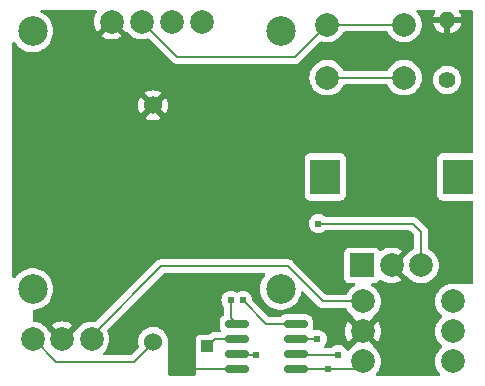
<source format=gtl>
%TF.GenerationSoftware,KiCad,Pcbnew,7.0.10*%
%TF.CreationDate,2024-03-16T13:48:45+09:00*%
%TF.ProjectId,damecan,64616d65-6361-46e2-9e6b-696361645f70,rev?*%
%TF.SameCoordinates,Original*%
%TF.FileFunction,Copper,L1,Top*%
%TF.FilePolarity,Positive*%
%FSLAX46Y46*%
G04 Gerber Fmt 4.6, Leading zero omitted, Abs format (unit mm)*
G04 Created by KiCad (PCBNEW 7.0.10) date 2024-03-16 13:48:45*
%MOMM*%
%LPD*%
G01*
G04 APERTURE LIST*
G04 Aperture macros list*
%AMRoundRect*
0 Rectangle with rounded corners*
0 $1 Rounding radius*
0 $2 $3 $4 $5 $6 $7 $8 $9 X,Y pos of 4 corners*
0 Add a 4 corners polygon primitive as box body*
4,1,4,$2,$3,$4,$5,$6,$7,$8,$9,$2,$3,0*
0 Add four circle primitives for the rounded corners*
1,1,$1+$1,$2,$3*
1,1,$1+$1,$4,$5*
1,1,$1+$1,$6,$7*
1,1,$1+$1,$8,$9*
0 Add four rect primitives between the rounded corners*
20,1,$1+$1,$2,$3,$4,$5,0*
20,1,$1+$1,$4,$5,$6,$7,0*
20,1,$1+$1,$6,$7,$8,$9,0*
20,1,$1+$1,$8,$9,$2,$3,0*%
G04 Aperture macros list end*
%TA.AperFunction,ComponentPad*%
%ADD10C,1.400000*%
%TD*%
%TA.AperFunction,ComponentPad*%
%ADD11O,1.400000X1.400000*%
%TD*%
%TA.AperFunction,ComponentPad*%
%ADD12C,2.000000*%
%TD*%
%TA.AperFunction,SMDPad,CuDef*%
%ADD13RoundRect,0.150000X0.825000X0.150000X-0.825000X0.150000X-0.825000X-0.150000X0.825000X-0.150000X0*%
%TD*%
%TA.AperFunction,ComponentPad*%
%ADD14R,2.000000X2.000000*%
%TD*%
%TA.AperFunction,ComponentPad*%
%ADD15R,2.500000X3.000000*%
%TD*%
%TA.AperFunction,WasherPad*%
%ADD16C,2.500000*%
%TD*%
%TA.AperFunction,FiducialPad,Global*%
%ADD17C,2.000000*%
%TD*%
%TA.AperFunction,ComponentPad*%
%ADD18C,1.524000*%
%TD*%
%TA.AperFunction,WasherPad*%
%ADD19C,2.000000*%
%TD*%
%TA.AperFunction,ComponentPad*%
%ADD20R,1.000000X1.000000*%
%TD*%
%TA.AperFunction,ViaPad*%
%ADD21C,0.610000*%
%TD*%
%TA.AperFunction,Conductor*%
%ADD22C,0.152400*%
%TD*%
G04 APERTURE END LIST*
D10*
%TO.P,R1,1*%
%TO.N,Net-(U1-PA3)*%
X193200000Y-74340000D03*
D11*
%TO.P,R1,2*%
%TO.N,-BATT*%
X193200000Y-69260000D03*
%TD*%
D12*
%TO.P,SW1,1,A*%
%TO.N,-BATT*%
X160600000Y-96300000D03*
%TO.P,SW1,2,B*%
%TO.N,Net-(Module1-Pin_1)*%
X163100000Y-96300000D03*
%TO.P,SW1,3,C*%
%TO.N,Net-(BT1-+)*%
X158100000Y-96300000D03*
%TD*%
%TO.P,SW3,1,1*%
%TO.N,+3.3V*%
X183050000Y-69650000D03*
X189550000Y-69650000D03*
%TO.P,SW3,2,2*%
%TO.N,Net-(U1-PA3)*%
X183050000Y-74150000D03*
X189550000Y-74150000D03*
%TD*%
D13*
%TO.P,U1,1,VCC*%
%TO.N,+3.3V*%
X180375000Y-98805000D03*
%TO.P,U1,2,PA6*%
%TO.N,Net-(U1-PA6)*%
X180375000Y-97535000D03*
%TO.P,U1,3,PA7*%
%TO.N,Net-(U1-PA7)*%
X180375000Y-96265000D03*
%TO.P,U1,4,PA1*%
%TO.N,/SDA*%
X180375000Y-94995000D03*
%TO.P,U1,5,PA2*%
%TO.N,/SCL*%
X175425000Y-94995000D03*
%TO.P,U1,6,~{RESET}/PA0*%
%TO.N,Net-(J1-Pin_1)*%
X175425000Y-96265000D03*
%TO.P,U1,7,PA3*%
%TO.N,Net-(U1-PA3)*%
X175425000Y-97535000D03*
%TO.P,U1,8,GND*%
%TO.N,-BATT*%
X175425000Y-98805000D03*
%TD*%
D14*
%TO.P,SW2,A,A*%
%TO.N,Net-(U1-PA6)*%
X186000000Y-90050000D03*
D12*
%TO.P,SW2,B,B*%
%TO.N,Net-(U1-PA7)*%
X191000000Y-90050000D03*
%TO.P,SW2,C,C*%
%TO.N,-BATT*%
X188500000Y-90050000D03*
D15*
%TO.P,SW2,MP*%
%TO.N,N/C*%
X182900000Y-82550000D03*
X194100000Y-82550000D03*
%TD*%
D16*
%TO.P,Module2,*%
%TO.N,*%
X158110000Y-70230000D03*
X158110000Y-92030000D03*
X179110000Y-70230000D03*
X179110000Y-92030000D03*
D17*
%TO.P,Module2,1,Pin_1*%
%TO.N,-BATT*%
X164800000Y-69400000D03*
D12*
%TO.P,Module2,2,Pin_2*%
%TO.N,+3.3V*%
X167330000Y-69400000D03*
%TO.P,Module2,3,Pin_3*%
%TO.N,/SCL*%
X169870000Y-69400000D03*
%TO.P,Module2,4,Pin_4*%
%TO.N,/SDA*%
X172410000Y-69400000D03*
%TD*%
D18*
%TO.P,BT1,1,+*%
%TO.N,Net-(BT1-+)*%
X168300000Y-96500000D03*
%TO.P,BT1,2,-*%
%TO.N,-BATT*%
X168300000Y-76500000D03*
%TD*%
D19*
%TO.P,Module1,*%
%TO.N,*%
X193700000Y-93100000D03*
X193700000Y-95640000D03*
X193700000Y-98180000D03*
D12*
%TO.P,Module1,1,Pin_1*%
%TO.N,Net-(Module1-Pin_1)*%
X186080000Y-93100000D03*
%TO.P,Module1,2,Pin_2*%
%TO.N,-BATT*%
X186080000Y-95640000D03*
%TO.P,Module1,3,Pin_3*%
%TO.N,+3.3V*%
X186080000Y-98180000D03*
%TD*%
D20*
%TO.P,J1,1,Pin_1*%
%TO.N,Net-(J1-Pin_1)*%
X172900000Y-96900000D03*
%TD*%
D21*
%TO.N,+3.3V*%
X183100000Y-98800008D03*
%TO.N,/SCL*%
X174900000Y-93000002D03*
%TO.N,/SDA*%
X175900000Y-93000000D03*
%TO.N,Net-(U1-PA3)*%
X176999992Y-97600000D03*
%TO.N,Net-(U1-PA6)*%
X184000000Y-97600000D03*
%TO.N,Net-(U1-PA7)*%
X182200000Y-96300000D03*
X182300000Y-86500000D03*
%TO.N,-BATT*%
X161900000Y-90900000D03*
X188900000Y-81900000D03*
X188800000Y-87700000D03*
X188900000Y-94900000D03*
X161900000Y-73900000D03*
X172900000Y-73900000D03*
X179900000Y-81900000D03*
X172900000Y-81900000D03*
X161900000Y-81900000D03*
X170800000Y-98800000D03*
X180900000Y-93600000D03*
X169900000Y-92900000D03*
X188900000Y-71900000D03*
%TD*%
D22*
%TO.N,+3.3V*%
X183099992Y-98800000D02*
X183100000Y-98800008D01*
X183050000Y-69650000D02*
X180300000Y-72400000D01*
X180300000Y-72400000D02*
X170330000Y-72400000D01*
X183050000Y-69650000D02*
X189550000Y-69650000D01*
X185980000Y-98180000D02*
X185360000Y-98800000D01*
X183100008Y-98800000D02*
X183100000Y-98800008D01*
X180670000Y-98800000D02*
X183099992Y-98800000D01*
X170330000Y-72400000D02*
X167330000Y-69400000D01*
X185360000Y-98800000D02*
X183100008Y-98800000D01*
%TO.N,/SCL*%
X175425000Y-94995000D02*
X174900000Y-94470000D01*
X174900000Y-94470000D02*
X174900000Y-93000002D01*
%TO.N,/SDA*%
X180375000Y-94995000D02*
X177895000Y-94995000D01*
X177895000Y-94995000D02*
X175900000Y-93000000D01*
%TO.N,Net-(U1-PA3)*%
X175790000Y-97600000D02*
X176999992Y-97600000D01*
X189550000Y-74150000D02*
X183050000Y-74150000D01*
%TO.N,Net-(U1-PA6)*%
X180374998Y-97635000D02*
X183965000Y-97635000D01*
%TO.N,Net-(U1-PA7)*%
X191000000Y-87200000D02*
X190300000Y-86500000D01*
X190300000Y-86500000D02*
X182300000Y-86500000D01*
X180710000Y-96300000D02*
X182200000Y-96300000D01*
X191000000Y-90050000D02*
X191000000Y-87200000D01*
%TO.N,Net-(BT1-+)*%
X158200000Y-96300000D02*
X160100000Y-98200000D01*
X166700000Y-98200000D02*
X168600000Y-96300000D01*
X160100000Y-98200000D02*
X166700000Y-98200000D01*
%TO.N,-BATT*%
X170800000Y-98800000D02*
X170805000Y-98805000D01*
X170805000Y-98805000D02*
X175425000Y-98805000D01*
%TO.N,Net-(J1-Pin_1)*%
X173535000Y-96265000D02*
X172900000Y-96900000D01*
X175425000Y-96265000D02*
X173535000Y-96265000D01*
%TO.N,Net-(Module1-Pin_1)*%
X182700000Y-93100000D02*
X179700000Y-90100000D01*
X169000000Y-90100000D02*
X163200000Y-95900000D01*
X186080000Y-93100000D02*
X182700000Y-93100000D01*
X179700000Y-90100000D02*
X169000000Y-90100000D01*
%TD*%
%TA.AperFunction,Conductor*%
%TO.N,-BATT*%
G36*
X177756727Y-90696702D02*
G01*
X177803220Y-90750358D01*
X177813324Y-90820632D01*
X177787117Y-90881258D01*
X177743516Y-90935933D01*
X177659611Y-91041146D01*
X177528433Y-91268352D01*
X177528430Y-91268360D01*
X177432581Y-91512580D01*
X177432580Y-91512582D01*
X177374198Y-91768366D01*
X177354592Y-92030000D01*
X177374198Y-92291633D01*
X177432580Y-92547417D01*
X177432581Y-92547419D01*
X177528430Y-92791639D01*
X177528433Y-92791647D01*
X177659611Y-93018853D01*
X177659613Y-93018856D01*
X177659614Y-93018857D01*
X177823195Y-93223981D01*
X178015521Y-93402433D01*
X178015527Y-93402437D01*
X178232286Y-93550222D01*
X178232293Y-93550226D01*
X178232296Y-93550228D01*
X178366051Y-93614641D01*
X178468672Y-93664061D01*
X178468685Y-93664066D01*
X178719380Y-93741395D01*
X178719383Y-93741395D01*
X178719385Y-93741396D01*
X178978818Y-93780500D01*
X178978823Y-93780500D01*
X179241177Y-93780500D01*
X179241182Y-93780500D01*
X179500615Y-93741396D01*
X179500617Y-93741395D01*
X179500619Y-93741395D01*
X179751314Y-93664066D01*
X179751316Y-93664064D01*
X179751323Y-93664063D01*
X179987704Y-93550228D01*
X180204479Y-93402433D01*
X180396805Y-93223981D01*
X180560386Y-93018857D01*
X180675411Y-92819628D01*
X180691566Y-92791647D01*
X180691568Y-92791643D01*
X180787420Y-92547416D01*
X180837859Y-92326428D01*
X180872518Y-92264467D01*
X180935174Y-92231080D01*
X181005934Y-92236867D01*
X181049795Y-92265372D01*
X182259643Y-93475220D01*
X182270505Y-93487604D01*
X182284105Y-93505328D01*
X182288693Y-93511307D01*
X182318938Y-93534515D01*
X182318937Y-93534515D01*
X182388451Y-93587855D01*
X182409162Y-93603747D01*
X182481602Y-93633752D01*
X182549451Y-93661856D01*
X182662203Y-93676700D01*
X182700000Y-93681676D01*
X182729609Y-93677778D01*
X182746055Y-93676700D01*
X184612138Y-93676700D01*
X184680259Y-93696702D01*
X184726752Y-93750358D01*
X184727525Y-93752086D01*
X184755826Y-93816606D01*
X184891835Y-94024785D01*
X185060249Y-94207732D01*
X185060254Y-94207736D01*
X185060256Y-94207738D01*
X185159298Y-94284826D01*
X185200769Y-94342450D01*
X185207034Y-94399065D01*
X185206107Y-94406897D01*
X185952412Y-95153202D01*
X185937685Y-95155320D01*
X185806900Y-95215048D01*
X185698239Y-95309202D01*
X185620507Y-95430156D01*
X185595639Y-95514849D01*
X184846898Y-94766108D01*
X184846897Y-94766108D01*
X184732206Y-94953266D01*
X184641371Y-95172562D01*
X184585960Y-95403367D01*
X184567337Y-95640000D01*
X184585960Y-95876632D01*
X184641371Y-96107437D01*
X184732208Y-96326738D01*
X184846896Y-96513890D01*
X184846897Y-96513890D01*
X185595638Y-95765149D01*
X185620507Y-95849844D01*
X185698239Y-95970798D01*
X185806900Y-96064952D01*
X185937685Y-96124680D01*
X185952411Y-96126797D01*
X185206107Y-96873101D01*
X185207034Y-96880934D01*
X185195176Y-96950933D01*
X185159298Y-96995173D01*
X185060255Y-97072261D01*
X185060250Y-97072266D01*
X184910096Y-97235378D01*
X184849243Y-97271949D01*
X184778279Y-97269815D01*
X184719733Y-97229654D01*
X184710708Y-97217078D01*
X184633747Y-97094597D01*
X184505402Y-96966252D01*
X184351704Y-96869676D01*
X184207584Y-96819247D01*
X184180375Y-96809726D01*
X184180373Y-96809725D01*
X184180375Y-96809725D01*
X184000000Y-96789403D01*
X183819626Y-96809725D01*
X183648295Y-96869676D01*
X183494599Y-96966251D01*
X183477716Y-96983135D01*
X183439454Y-97021396D01*
X183377145Y-97055420D01*
X183350361Y-97058300D01*
X182885040Y-97058300D01*
X182816919Y-97038298D01*
X182770426Y-96984642D01*
X182760322Y-96914368D01*
X182789816Y-96849788D01*
X182795945Y-96843205D01*
X182833746Y-96805403D01*
X182833747Y-96805402D01*
X182833750Y-96805399D01*
X182930323Y-96651705D01*
X182990274Y-96480375D01*
X183010597Y-96300000D01*
X182990274Y-96119625D01*
X182930323Y-95948295D01*
X182833750Y-95794601D01*
X182833748Y-95794599D01*
X182833747Y-95794597D01*
X182705402Y-95666252D01*
X182551704Y-95569676D01*
X182436148Y-95529242D01*
X182380375Y-95509726D01*
X182380373Y-95509725D01*
X182380375Y-95509725D01*
X182200000Y-95489403D01*
X182019628Y-95509725D01*
X181974191Y-95525624D01*
X181903286Y-95529242D01*
X181841682Y-95493952D01*
X181808935Y-95430959D01*
X181811579Y-95371543D01*
X181847598Y-95247569D01*
X181850500Y-95210694D01*
X181850500Y-94779306D01*
X181847598Y-94742431D01*
X181801744Y-94584602D01*
X181786941Y-94559571D01*
X181718082Y-94443136D01*
X181718076Y-94443129D01*
X181601870Y-94326923D01*
X181601863Y-94326917D01*
X181460401Y-94243257D01*
X181302568Y-94197401D01*
X181268595Y-94194728D01*
X181265694Y-94194500D01*
X179484306Y-94194500D01*
X179481405Y-94194728D01*
X179447432Y-94197401D01*
X179447431Y-94197401D01*
X179289598Y-94243257D01*
X179148136Y-94326917D01*
X179148134Y-94326919D01*
X179134145Y-94340909D01*
X179093657Y-94381396D01*
X179031348Y-94415420D01*
X179004564Y-94418300D01*
X178186067Y-94418300D01*
X178117946Y-94398298D01*
X178096972Y-94381395D01*
X176741140Y-93025563D01*
X176707114Y-92963251D01*
X176705029Y-92950587D01*
X176690274Y-92819625D01*
X176630323Y-92648295D01*
X176533750Y-92494601D01*
X176533748Y-92494599D01*
X176533747Y-92494597D01*
X176405402Y-92366252D01*
X176251704Y-92269676D01*
X176141401Y-92231080D01*
X176080375Y-92209726D01*
X176080373Y-92209725D01*
X176080375Y-92209725D01*
X175900000Y-92189403D01*
X175719626Y-92209725D01*
X175548294Y-92269677D01*
X175548291Y-92269678D01*
X175467034Y-92320736D01*
X175398713Y-92340042D01*
X175332962Y-92320736D01*
X175251707Y-92269680D01*
X175251705Y-92269679D01*
X175236810Y-92264467D01*
X175080375Y-92209728D01*
X175080373Y-92209727D01*
X175080375Y-92209727D01*
X174900000Y-92189405D01*
X174719626Y-92209727D01*
X174548295Y-92269678D01*
X174394597Y-92366254D01*
X174266252Y-92494599D01*
X174169676Y-92648297D01*
X174109725Y-92819628D01*
X174089403Y-93000002D01*
X174109725Y-93180375D01*
X174169676Y-93351706D01*
X174169677Y-93351707D01*
X174266250Y-93505401D01*
X174286395Y-93525546D01*
X174320420Y-93587855D01*
X174323300Y-93614641D01*
X174323300Y-94181027D01*
X174303298Y-94249148D01*
X174261440Y-94289480D01*
X174198135Y-94326918D01*
X174198131Y-94326921D01*
X174081923Y-94443129D01*
X174081917Y-94443136D01*
X173998257Y-94584598D01*
X173952401Y-94742431D01*
X173952401Y-94742432D01*
X173949500Y-94779306D01*
X173949500Y-95210693D01*
X173952401Y-95247567D01*
X173952401Y-95247568D01*
X173980578Y-95344551D01*
X173997404Y-95402467D01*
X173998257Y-95405401D01*
X174053115Y-95498161D01*
X174070575Y-95566977D01*
X174048058Y-95634308D01*
X173992714Y-95678778D01*
X173944662Y-95688300D01*
X173581055Y-95688300D01*
X173564609Y-95687222D01*
X173535000Y-95683324D01*
X173497203Y-95688300D01*
X173384452Y-95703143D01*
X173384450Y-95703144D01*
X173343362Y-95720162D01*
X173343361Y-95720163D01*
X173244162Y-95761253D01*
X173244161Y-95761253D01*
X173244158Y-95761255D01*
X173200702Y-95794601D01*
X173153938Y-95830485D01*
X173153937Y-95830486D01*
X173123689Y-95853695D01*
X173117854Y-95859531D01*
X173116060Y-95857737D01*
X173069009Y-95892079D01*
X173026407Y-95899500D01*
X172352135Y-95899500D01*
X172352114Y-95899502D01*
X172292519Y-95905908D01*
X172292518Y-95905908D01*
X172157673Y-95956201D01*
X172157670Y-95956203D01*
X172042453Y-96042453D01*
X171956203Y-96157670D01*
X171956201Y-96157673D01*
X171905909Y-96292515D01*
X171899500Y-96352121D01*
X171899500Y-97447868D01*
X171899682Y-97451248D01*
X171899569Y-97451254D01*
X171900000Y-97459270D01*
X171900000Y-99274000D01*
X171879998Y-99342121D01*
X171826342Y-99388614D01*
X171774000Y-99400000D01*
X169726000Y-99400000D01*
X169657879Y-99379998D01*
X169611386Y-99326342D01*
X169600000Y-99274000D01*
X169600000Y-96393155D01*
X169565088Y-96357690D01*
X169550626Y-96309159D01*
X169548070Y-96279932D01*
X169490894Y-96066550D01*
X169397534Y-95866339D01*
X169397533Y-95866338D01*
X169397532Y-95866335D01*
X169270830Y-95685384D01*
X169270827Y-95685381D01*
X169215446Y-95630000D01*
X169114620Y-95529174D01*
X169086845Y-95509726D01*
X168933662Y-95402466D01*
X168733453Y-95309107D01*
X168733447Y-95309105D01*
X168691593Y-95297890D01*
X168520068Y-95251930D01*
X168300000Y-95232677D01*
X168079932Y-95251930D01*
X167972230Y-95280789D01*
X167866552Y-95309105D01*
X167866547Y-95309107D01*
X167666335Y-95402467D01*
X167485384Y-95529169D01*
X167485374Y-95529178D01*
X167329178Y-95685374D01*
X167329169Y-95685384D01*
X167202467Y-95866335D01*
X167109107Y-96066547D01*
X167109105Y-96066552D01*
X167089425Y-96140000D01*
X167051930Y-96279932D01*
X167032677Y-96500000D01*
X167051930Y-96720068D01*
X167084925Y-96843205D01*
X167099125Y-96896201D01*
X167097435Y-96967178D01*
X167066514Y-97017907D01*
X166498028Y-97586395D01*
X166435715Y-97620420D01*
X166408932Y-97623300D01*
X164208492Y-97623300D01*
X164140371Y-97603298D01*
X164093878Y-97549642D01*
X164083774Y-97479368D01*
X164113268Y-97414788D01*
X164116306Y-97411657D01*
X164116215Y-97411573D01*
X164288164Y-97224785D01*
X164314552Y-97184395D01*
X164424173Y-97016607D01*
X164524063Y-96788881D01*
X164585108Y-96547821D01*
X164605643Y-96300000D01*
X164585108Y-96052179D01*
X164566325Y-95978007D01*
X164524064Y-95811122D01*
X164524061Y-95811115D01*
X164516817Y-95794601D01*
X164469717Y-95687222D01*
X164430706Y-95598286D01*
X164421659Y-95527868D01*
X164452120Y-95463738D01*
X164456980Y-95458595D01*
X169201972Y-90713605D01*
X169264284Y-90679579D01*
X169291067Y-90676700D01*
X177688606Y-90676700D01*
X177756727Y-90696702D01*
G37*
%TD.AperFunction*%
%TA.AperFunction,Conductor*%
G36*
X163487308Y-68420002D02*
G01*
X163533801Y-68473658D01*
X163543905Y-68543932D01*
X163526620Y-68591835D01*
X163452206Y-68713266D01*
X163361371Y-68932562D01*
X163305960Y-69163367D01*
X163287337Y-69400000D01*
X163305960Y-69636632D01*
X163361371Y-69867437D01*
X163452208Y-70086738D01*
X163566896Y-70273890D01*
X163566898Y-70273890D01*
X164315638Y-69525150D01*
X164340507Y-69609844D01*
X164418239Y-69730798D01*
X164526900Y-69824952D01*
X164657685Y-69884680D01*
X164672411Y-69886797D01*
X163926107Y-70633101D01*
X163926108Y-70633102D01*
X164113261Y-70747791D01*
X164332562Y-70838628D01*
X164563367Y-70894039D01*
X164800000Y-70912662D01*
X165036632Y-70894039D01*
X165267437Y-70838628D01*
X165486738Y-70747791D01*
X165673890Y-70633102D01*
X165673891Y-70633102D01*
X164927587Y-69886797D01*
X164942315Y-69884680D01*
X165073100Y-69824952D01*
X165181761Y-69730798D01*
X165259493Y-69609844D01*
X165284360Y-69525150D01*
X166035627Y-70276417D01*
X166095808Y-70286611D01*
X166138234Y-70321017D01*
X166138306Y-70320951D01*
X166138757Y-70321441D01*
X166140048Y-70322488D01*
X166141838Y-70324788D01*
X166310249Y-70507732D01*
X166310254Y-70507736D01*
X166310256Y-70507738D01*
X166506490Y-70660473D01*
X166506491Y-70660474D01*
X166725190Y-70778828D01*
X166725192Y-70778829D01*
X166821193Y-70811786D01*
X166960386Y-70859571D01*
X167205665Y-70900500D01*
X167205669Y-70900500D01*
X167454331Y-70900500D01*
X167454335Y-70900500D01*
X167699614Y-70859571D01*
X167829482Y-70814986D01*
X167900405Y-70811786D01*
X167959488Y-70845065D01*
X169889643Y-72775220D01*
X169900505Y-72787604D01*
X169918691Y-72811305D01*
X169918693Y-72811307D01*
X169948938Y-72834515D01*
X169948937Y-72834515D01*
X170039162Y-72903748D01*
X170138360Y-72944836D01*
X170155380Y-72951885D01*
X170179451Y-72961856D01*
X170292203Y-72976700D01*
X170330000Y-72981676D01*
X170359609Y-72977778D01*
X170376055Y-72976700D01*
X180253945Y-72976700D01*
X180270391Y-72977778D01*
X180299999Y-72981676D01*
X180299999Y-72981675D01*
X180300000Y-72981676D01*
X180450549Y-72961856D01*
X180590838Y-72903746D01*
X180681062Y-72834515D01*
X180681062Y-72834514D01*
X180704370Y-72816630D01*
X180704371Y-72816628D01*
X180711307Y-72811307D01*
X180729497Y-72787600D01*
X180740349Y-72775226D01*
X182420512Y-71095063D01*
X182482822Y-71061039D01*
X182550516Y-71064986D01*
X182680386Y-71109571D01*
X182925665Y-71150500D01*
X182925669Y-71150500D01*
X183174331Y-71150500D01*
X183174335Y-71150500D01*
X183419614Y-71109571D01*
X183654810Y-71028828D01*
X183873509Y-70910474D01*
X184069744Y-70757738D01*
X184079242Y-70747421D01*
X184238164Y-70574785D01*
X184281972Y-70507732D01*
X184374173Y-70366607D01*
X184392518Y-70324785D01*
X184402475Y-70302086D01*
X184448156Y-70247738D01*
X184515969Y-70226714D01*
X184517862Y-70226700D01*
X188082138Y-70226700D01*
X188150259Y-70246702D01*
X188196752Y-70300358D01*
X188197525Y-70302086D01*
X188225826Y-70366606D01*
X188361835Y-70574785D01*
X188530249Y-70757732D01*
X188530254Y-70757736D01*
X188530256Y-70757738D01*
X188714089Y-70900821D01*
X188726490Y-70910473D01*
X188726491Y-70910474D01*
X188945190Y-71028828D01*
X188945192Y-71028829D01*
X189039017Y-71061039D01*
X189180386Y-71109571D01*
X189425665Y-71150500D01*
X189425669Y-71150500D01*
X189674331Y-71150500D01*
X189674335Y-71150500D01*
X189919614Y-71109571D01*
X190154810Y-71028828D01*
X190373509Y-70910474D01*
X190569744Y-70757738D01*
X190579242Y-70747421D01*
X190738164Y-70574785D01*
X190781972Y-70507732D01*
X190874173Y-70366607D01*
X190974063Y-70138881D01*
X191035108Y-69897821D01*
X191055643Y-69650000D01*
X191044374Y-69514000D01*
X192017446Y-69514000D01*
X192060515Y-69674735D01*
X192060517Y-69674741D01*
X192149844Y-69866305D01*
X192271084Y-70039453D01*
X192271087Y-70039457D01*
X192420542Y-70188912D01*
X192420546Y-70188915D01*
X192593694Y-70310155D01*
X192785258Y-70399482D01*
X192785264Y-70399484D01*
X192946000Y-70442553D01*
X192946000Y-69514000D01*
X192017446Y-69514000D01*
X191044374Y-69514000D01*
X191035108Y-69402179D01*
X191020881Y-69345997D01*
X190974064Y-69161122D01*
X190974061Y-69161115D01*
X190970141Y-69152179D01*
X190874173Y-68933393D01*
X190824633Y-68857566D01*
X190738164Y-68725214D01*
X190633333Y-68611337D01*
X190601912Y-68547672D01*
X190609899Y-68477126D01*
X190654758Y-68422097D01*
X190722247Y-68400057D01*
X190726034Y-68400000D01*
X192085440Y-68400000D01*
X192153561Y-68420002D01*
X192200054Y-68473658D01*
X192210158Y-68543932D01*
X192188653Y-68598271D01*
X192149844Y-68653694D01*
X192060517Y-68845258D01*
X192060515Y-68845264D01*
X192017445Y-69006000D01*
X192958101Y-69006000D01*
X192902940Y-69065921D01*
X192856018Y-69172892D01*
X192846372Y-69289302D01*
X192875047Y-69402538D01*
X192938936Y-69500327D01*
X193031115Y-69572072D01*
X193141595Y-69610000D01*
X193229005Y-69610000D01*
X193315216Y-69595614D01*
X193417947Y-69540019D01*
X193441899Y-69514000D01*
X193454000Y-69514000D01*
X193454000Y-70442553D01*
X193614735Y-70399484D01*
X193614741Y-70399482D01*
X193806305Y-70310155D01*
X193979453Y-70188915D01*
X193979457Y-70188912D01*
X194128912Y-70039457D01*
X194128915Y-70039453D01*
X194250155Y-69866305D01*
X194339482Y-69674741D01*
X194339484Y-69674735D01*
X194382554Y-69514000D01*
X193454000Y-69514000D01*
X193441899Y-69514000D01*
X193497060Y-69454079D01*
X193543982Y-69347108D01*
X193553628Y-69230698D01*
X193524953Y-69117462D01*
X193461064Y-69019673D01*
X193443497Y-69006000D01*
X194382554Y-69006000D01*
X194339484Y-68845264D01*
X194339482Y-68845258D01*
X194250155Y-68653694D01*
X194211347Y-68598271D01*
X194188659Y-68530997D01*
X194205944Y-68462137D01*
X194257713Y-68413552D01*
X194314560Y-68400000D01*
X195274000Y-68400000D01*
X195342121Y-68420002D01*
X195388614Y-68473658D01*
X195400000Y-68526000D01*
X195400000Y-80423500D01*
X195379998Y-80491621D01*
X195326342Y-80538114D01*
X195274000Y-80549500D01*
X192802135Y-80549500D01*
X192802114Y-80549502D01*
X192742519Y-80555908D01*
X192742518Y-80555908D01*
X192607673Y-80606201D01*
X192607670Y-80606203D01*
X192492453Y-80692453D01*
X192406203Y-80807670D01*
X192406201Y-80807673D01*
X192355909Y-80942515D01*
X192349500Y-81002121D01*
X192349500Y-84097864D01*
X192349502Y-84097885D01*
X192355908Y-84157480D01*
X192355908Y-84157481D01*
X192406201Y-84292326D01*
X192406203Y-84292329D01*
X192492453Y-84407546D01*
X192550061Y-84450671D01*
X192607669Y-84493796D01*
X192607671Y-84493796D01*
X192607673Y-84493798D01*
X192668030Y-84516309D01*
X192742514Y-84544090D01*
X192742517Y-84544091D01*
X192802127Y-84550500D01*
X195274000Y-84550499D01*
X195342121Y-84570501D01*
X195388614Y-84624157D01*
X195400000Y-84676499D01*
X195400000Y-91474000D01*
X195379998Y-91542121D01*
X195326342Y-91588614D01*
X195274000Y-91600000D01*
X193835580Y-91600000D01*
X193825173Y-91599569D01*
X193824340Y-91599500D01*
X193824335Y-91599500D01*
X193575665Y-91599500D01*
X193427907Y-91624156D01*
X193330390Y-91640428D01*
X193330381Y-91640430D01*
X193095192Y-91721170D01*
X193095190Y-91721171D01*
X192876491Y-91839525D01*
X192876490Y-91839526D01*
X192680249Y-91992267D01*
X192511835Y-92175214D01*
X192375826Y-92383393D01*
X192275938Y-92611115D01*
X192275935Y-92611122D01*
X192214893Y-92852171D01*
X192214892Y-92852177D01*
X192214892Y-92852179D01*
X192194357Y-93100000D01*
X192204630Y-93223981D01*
X192214893Y-93347828D01*
X192275935Y-93588877D01*
X192275938Y-93588884D01*
X192375826Y-93816606D01*
X192511835Y-94024785D01*
X192680250Y-94207733D01*
X192680255Y-94207738D01*
X192760980Y-94270569D01*
X192802451Y-94328194D01*
X192806184Y-94399092D01*
X192770994Y-94460754D01*
X192760980Y-94469431D01*
X192680255Y-94532261D01*
X192680250Y-94532266D01*
X192511835Y-94715214D01*
X192375826Y-94923393D01*
X192275938Y-95151115D01*
X192275935Y-95151122D01*
X192214893Y-95392171D01*
X192214892Y-95392177D01*
X192214892Y-95392179D01*
X192194357Y-95640000D01*
X192214570Y-95883937D01*
X192214893Y-95887828D01*
X192275935Y-96128877D01*
X192275938Y-96128884D01*
X192375826Y-96356606D01*
X192511835Y-96564785D01*
X192680250Y-96747733D01*
X192680255Y-96747738D01*
X192760980Y-96810569D01*
X192802451Y-96868194D01*
X192806184Y-96939092D01*
X192770994Y-97000754D01*
X192760980Y-97009431D01*
X192680255Y-97072261D01*
X192680250Y-97072266D01*
X192511835Y-97255214D01*
X192375826Y-97463393D01*
X192275938Y-97691115D01*
X192275935Y-97691122D01*
X192214893Y-97932171D01*
X192194357Y-98180000D01*
X192214893Y-98427828D01*
X192275935Y-98668877D01*
X192275938Y-98668884D01*
X192375826Y-98896606D01*
X192375827Y-98896607D01*
X192511836Y-99104785D01*
X192579859Y-99178678D01*
X192589051Y-99188663D01*
X192620471Y-99252328D01*
X192612484Y-99322874D01*
X192567625Y-99377903D01*
X192500136Y-99399943D01*
X192496349Y-99400000D01*
X187283651Y-99400000D01*
X187215530Y-99379998D01*
X187169037Y-99326342D01*
X187158933Y-99256068D01*
X187188427Y-99191488D01*
X187190949Y-99188663D01*
X187194960Y-99184305D01*
X187268164Y-99104785D01*
X187404173Y-98896607D01*
X187504063Y-98668881D01*
X187565108Y-98427821D01*
X187585643Y-98180000D01*
X187565108Y-97932179D01*
X187504063Y-97691119D01*
X187404173Y-97463393D01*
X187370372Y-97411657D01*
X187268164Y-97255214D01*
X187099749Y-97072266D01*
X187099744Y-97072261D01*
X187000700Y-96995172D01*
X186959229Y-96937547D01*
X186952964Y-96880931D01*
X186953890Y-96873101D01*
X186207587Y-96126797D01*
X186222315Y-96124680D01*
X186353100Y-96064952D01*
X186461761Y-95970798D01*
X186539493Y-95849844D01*
X186564361Y-95765150D01*
X187313102Y-96513891D01*
X187313102Y-96513890D01*
X187427791Y-96326738D01*
X187518628Y-96107437D01*
X187574039Y-95876632D01*
X187592662Y-95640000D01*
X187574039Y-95403367D01*
X187518628Y-95172562D01*
X187427791Y-94953261D01*
X187313102Y-94766108D01*
X187313101Y-94766107D01*
X186564360Y-95514848D01*
X186539493Y-95430156D01*
X186461761Y-95309202D01*
X186353100Y-95215048D01*
X186222315Y-95155320D01*
X186207586Y-95153202D01*
X186953890Y-94406897D01*
X186952964Y-94399068D01*
X186964821Y-94329068D01*
X187000701Y-94284826D01*
X187099744Y-94207738D01*
X187111931Y-94194500D01*
X187268164Y-94024785D01*
X187360894Y-93882850D01*
X187404173Y-93816607D01*
X187504063Y-93588881D01*
X187565108Y-93347821D01*
X187585643Y-93100000D01*
X187565108Y-92852179D01*
X187504063Y-92611119D01*
X187404173Y-92383393D01*
X187390757Y-92362858D01*
X187268164Y-92175214D01*
X187099750Y-91992267D01*
X186903509Y-91839526D01*
X186903508Y-91839525D01*
X186855121Y-91813340D01*
X186807025Y-91787311D01*
X186756636Y-91737300D01*
X186741284Y-91667983D01*
X186765845Y-91601370D01*
X186822520Y-91558610D01*
X186866995Y-91550499D01*
X187047872Y-91550499D01*
X187107483Y-91544091D01*
X187242331Y-91493796D01*
X187357546Y-91407546D01*
X187437219Y-91301115D01*
X187494054Y-91258571D01*
X187564870Y-91253507D01*
X187606152Y-91272007D01*
X187606658Y-91271183D01*
X187813266Y-91397793D01*
X188032562Y-91488628D01*
X188263367Y-91544039D01*
X188500000Y-91562662D01*
X188736632Y-91544039D01*
X188967437Y-91488628D01*
X189186738Y-91397791D01*
X189373890Y-91283102D01*
X189373891Y-91283101D01*
X188627587Y-90536797D01*
X188642315Y-90534680D01*
X188773100Y-90474952D01*
X188881761Y-90380798D01*
X188959493Y-90259844D01*
X188984361Y-90175150D01*
X189745144Y-90935933D01*
X189768336Y-90939861D01*
X189807543Y-90971653D01*
X189808306Y-90970951D01*
X189980249Y-91157732D01*
X189980254Y-91157736D01*
X189980256Y-91157738D01*
X190153181Y-91292331D01*
X190176490Y-91310473D01*
X190176491Y-91310474D01*
X190395190Y-91428828D01*
X190395192Y-91428829D01*
X190518677Y-91471221D01*
X190630386Y-91509571D01*
X190875665Y-91550500D01*
X190875669Y-91550500D01*
X191124331Y-91550500D01*
X191124335Y-91550500D01*
X191369614Y-91509571D01*
X191604810Y-91428828D01*
X191823509Y-91310474D01*
X192019744Y-91157738D01*
X192030553Y-91145997D01*
X192188164Y-90974785D01*
X192213547Y-90935933D01*
X192324173Y-90766607D01*
X192424063Y-90538881D01*
X192485108Y-90297821D01*
X192505643Y-90050000D01*
X192485108Y-89802179D01*
X192456369Y-89688693D01*
X192424064Y-89561122D01*
X192424061Y-89561115D01*
X192324173Y-89333393D01*
X192188164Y-89125214D01*
X192019750Y-88942267D01*
X191823509Y-88789526D01*
X191823503Y-88789522D01*
X191642730Y-88691692D01*
X191592340Y-88641679D01*
X191576700Y-88580879D01*
X191576700Y-87246053D01*
X191577778Y-87229606D01*
X191581676Y-87199999D01*
X191565443Y-87076699D01*
X191565069Y-87073859D01*
X191561856Y-87049451D01*
X191503746Y-86909162D01*
X191411307Y-86788693D01*
X191387604Y-86770505D01*
X191375220Y-86759643D01*
X190740358Y-86124781D01*
X190729491Y-86112390D01*
X190711309Y-86088695D01*
X190711307Y-86088694D01*
X190711307Y-86088693D01*
X190590838Y-85996254D01*
X190586848Y-85994601D01*
X190450547Y-85938143D01*
X190337797Y-85923300D01*
X190300000Y-85918324D01*
X190270391Y-85922222D01*
X190253945Y-85923300D01*
X182914640Y-85923300D01*
X182846519Y-85903298D01*
X182825545Y-85886395D01*
X182805402Y-85866252D01*
X182651704Y-85769676D01*
X182545601Y-85732549D01*
X182480375Y-85709726D01*
X182480373Y-85709725D01*
X182480375Y-85709725D01*
X182300000Y-85689403D01*
X182119626Y-85709725D01*
X181948295Y-85769676D01*
X181794597Y-85866252D01*
X181666252Y-85994597D01*
X181569676Y-86148295D01*
X181509725Y-86319626D01*
X181489403Y-86500000D01*
X181509725Y-86680373D01*
X181569676Y-86851704D01*
X181666252Y-87005402D01*
X181794597Y-87133747D01*
X181794599Y-87133748D01*
X181794601Y-87133750D01*
X181948295Y-87230323D01*
X182119625Y-87290274D01*
X182119624Y-87290274D01*
X182137889Y-87292331D01*
X182300000Y-87310597D01*
X182480375Y-87290274D01*
X182651705Y-87230323D01*
X182805399Y-87133750D01*
X182805403Y-87133746D01*
X182825545Y-87113605D01*
X182887857Y-87079579D01*
X182914640Y-87076700D01*
X190008933Y-87076700D01*
X190077054Y-87096702D01*
X190098028Y-87113605D01*
X190386395Y-87401972D01*
X190420421Y-87464284D01*
X190423300Y-87491067D01*
X190423300Y-88580879D01*
X190403298Y-88649000D01*
X190357270Y-88691692D01*
X190176496Y-88789522D01*
X190176490Y-88789526D01*
X189980249Y-88942267D01*
X189808306Y-89129049D01*
X189807264Y-89128090D01*
X189754929Y-89165738D01*
X189742047Y-89167161D01*
X188984360Y-89924848D01*
X188959493Y-89840156D01*
X188881761Y-89719202D01*
X188773100Y-89625048D01*
X188642315Y-89565320D01*
X188627587Y-89563202D01*
X189373890Y-88816897D01*
X189373890Y-88816896D01*
X189186738Y-88702208D01*
X188967437Y-88611371D01*
X188736632Y-88555960D01*
X188500000Y-88537337D01*
X188263367Y-88555960D01*
X188032562Y-88611371D01*
X187813266Y-88702206D01*
X187606658Y-88828817D01*
X187605883Y-88827552D01*
X187545240Y-88849169D01*
X187476093Y-88833067D01*
X187437217Y-88798881D01*
X187357546Y-88692453D01*
X187249233Y-88611371D01*
X187242331Y-88606204D01*
X187242329Y-88606203D01*
X187242326Y-88606201D01*
X187107483Y-88555909D01*
X187107486Y-88555909D01*
X187047873Y-88549500D01*
X184952135Y-88549500D01*
X184952114Y-88549502D01*
X184892519Y-88555908D01*
X184892518Y-88555908D01*
X184757673Y-88606201D01*
X184757670Y-88606203D01*
X184642453Y-88692453D01*
X184556203Y-88807670D01*
X184556201Y-88807673D01*
X184505909Y-88942515D01*
X184499500Y-89002121D01*
X184499500Y-91097864D01*
X184499502Y-91097885D01*
X184505908Y-91157480D01*
X184505908Y-91157481D01*
X184556201Y-91292326D01*
X184556203Y-91292329D01*
X184556204Y-91292331D01*
X184569785Y-91310473D01*
X184642453Y-91407546D01*
X184670883Y-91428828D01*
X184757669Y-91493796D01*
X184757671Y-91493796D01*
X184757673Y-91493798D01*
X184808037Y-91512582D01*
X184892514Y-91544090D01*
X184892517Y-91544091D01*
X184952127Y-91550500D01*
X185293004Y-91550499D01*
X185361122Y-91570501D01*
X185407615Y-91624156D01*
X185417720Y-91694430D01*
X185388227Y-91759011D01*
X185352972Y-91787312D01*
X185256496Y-91839522D01*
X185256490Y-91839526D01*
X185060249Y-91992267D01*
X184891835Y-92175214D01*
X184755826Y-92383393D01*
X184727525Y-92447914D01*
X184681844Y-92502262D01*
X184614031Y-92523286D01*
X184612138Y-92523300D01*
X182991067Y-92523300D01*
X182922946Y-92503298D01*
X182901972Y-92486395D01*
X180140358Y-89724781D01*
X180129491Y-89712390D01*
X180111309Y-89688695D01*
X180111307Y-89688694D01*
X180111307Y-89688693D01*
X179990838Y-89596254D01*
X179916158Y-89565320D01*
X179850547Y-89538143D01*
X179737797Y-89523300D01*
X179700000Y-89518324D01*
X179670391Y-89522222D01*
X179653945Y-89523300D01*
X169046055Y-89523300D01*
X169029609Y-89522222D01*
X169000000Y-89518324D01*
X168962203Y-89523300D01*
X168849452Y-89538143D01*
X168849450Y-89538144D01*
X168808362Y-89555162D01*
X168808361Y-89555163D01*
X168709162Y-89596253D01*
X168709161Y-89596253D01*
X168709158Y-89596255D01*
X168671636Y-89625048D01*
X168618938Y-89665485D01*
X168618937Y-89665486D01*
X168588691Y-89688693D01*
X168570506Y-89712392D01*
X168559642Y-89724779D01*
X163493518Y-94790903D01*
X163431206Y-94824929D01*
X163383685Y-94826090D01*
X163346249Y-94819843D01*
X163224335Y-94799500D01*
X162975665Y-94799500D01*
X162816317Y-94826090D01*
X162730390Y-94840428D01*
X162730381Y-94840430D01*
X162495192Y-94921170D01*
X162495190Y-94921171D01*
X162276491Y-95039525D01*
X162276490Y-95039526D01*
X162080249Y-95192267D01*
X161908306Y-95379049D01*
X161907264Y-95378090D01*
X161854929Y-95415738D01*
X161842046Y-95417161D01*
X161084360Y-96174847D01*
X161059493Y-96090156D01*
X160981761Y-95969202D01*
X160873100Y-95875048D01*
X160742315Y-95815320D01*
X160727586Y-95813202D01*
X161473890Y-95066897D01*
X161473890Y-95066896D01*
X161286738Y-94952208D01*
X161067437Y-94861371D01*
X160836632Y-94805960D01*
X160600000Y-94787337D01*
X160363367Y-94805960D01*
X160132562Y-94861371D01*
X159913266Y-94952206D01*
X159726108Y-95066897D01*
X159726108Y-95066898D01*
X160472412Y-95813202D01*
X160457685Y-95815320D01*
X160326900Y-95875048D01*
X160218239Y-95969202D01*
X160140507Y-96090156D01*
X160115639Y-96174849D01*
X159354853Y-95414063D01*
X159331657Y-95410134D01*
X159292458Y-95378345D01*
X159291694Y-95379049D01*
X159119750Y-95192267D01*
X159066883Y-95151119D01*
X158923509Y-95039526D01*
X158923508Y-95039525D01*
X158704809Y-94921171D01*
X158704807Y-94921170D01*
X158469618Y-94840430D01*
X158469609Y-94840428D01*
X158383683Y-94826090D01*
X158224335Y-94799500D01*
X158224331Y-94799500D01*
X158224325Y-94799499D01*
X158219137Y-94799069D01*
X158219265Y-94797522D01*
X158157879Y-94779498D01*
X158111386Y-94725842D01*
X158100000Y-94673500D01*
X158100000Y-93906500D01*
X158120002Y-93838379D01*
X158173658Y-93791886D01*
X158226000Y-93780500D01*
X158241177Y-93780500D01*
X158241182Y-93780500D01*
X158500615Y-93741396D01*
X158500617Y-93741395D01*
X158500619Y-93741395D01*
X158751314Y-93664066D01*
X158751316Y-93664064D01*
X158751323Y-93664063D01*
X158987704Y-93550228D01*
X159204479Y-93402433D01*
X159396805Y-93223981D01*
X159560386Y-93018857D01*
X159675411Y-92819628D01*
X159691566Y-92791647D01*
X159691568Y-92791643D01*
X159787420Y-92547416D01*
X159845802Y-92291630D01*
X159865408Y-92030000D01*
X159845802Y-91768370D01*
X159787420Y-91512584D01*
X159691568Y-91268357D01*
X159691567Y-91268356D01*
X159691566Y-91268352D01*
X159560388Y-91041146D01*
X159560387Y-91041144D01*
X159560386Y-91041143D01*
X159396805Y-90836019D01*
X159204479Y-90657567D01*
X159204472Y-90657562D01*
X158987713Y-90509777D01*
X158987706Y-90509773D01*
X158751327Y-90395938D01*
X158751314Y-90395933D01*
X158500619Y-90318604D01*
X158385311Y-90301224D01*
X158241182Y-90279500D01*
X157978818Y-90279500D01*
X157857222Y-90297828D01*
X157719380Y-90318604D01*
X157468685Y-90395933D01*
X157468672Y-90395938D01*
X157232293Y-90509773D01*
X157232286Y-90509777D01*
X157015527Y-90657562D01*
X157015522Y-90657566D01*
X156823195Y-90836018D01*
X156659613Y-91041144D01*
X156635119Y-91083569D01*
X156583735Y-91132562D01*
X156514022Y-91145997D01*
X156448111Y-91119610D01*
X156406930Y-91061777D01*
X156400000Y-91020568D01*
X156400000Y-84097864D01*
X181149500Y-84097864D01*
X181149502Y-84097885D01*
X181155908Y-84157480D01*
X181155908Y-84157481D01*
X181206201Y-84292326D01*
X181206203Y-84292329D01*
X181292453Y-84407546D01*
X181350061Y-84450671D01*
X181407669Y-84493796D01*
X181407671Y-84493796D01*
X181407673Y-84493798D01*
X181468030Y-84516309D01*
X181542514Y-84544090D01*
X181542517Y-84544091D01*
X181602127Y-84550500D01*
X184197872Y-84550499D01*
X184257483Y-84544091D01*
X184392331Y-84493796D01*
X184507546Y-84407546D01*
X184593796Y-84292331D01*
X184644091Y-84157483D01*
X184650500Y-84097873D01*
X184650499Y-81002128D01*
X184644091Y-80942517D01*
X184622800Y-80885435D01*
X184593798Y-80807673D01*
X184593796Y-80807670D01*
X184593796Y-80807669D01*
X184550671Y-80750061D01*
X184507546Y-80692453D01*
X184430591Y-80634845D01*
X184392331Y-80606204D01*
X184392329Y-80606203D01*
X184392326Y-80606201D01*
X184257483Y-80555909D01*
X184257486Y-80555909D01*
X184197873Y-80549500D01*
X181602135Y-80549500D01*
X181602114Y-80549502D01*
X181542519Y-80555908D01*
X181542518Y-80555908D01*
X181407673Y-80606201D01*
X181407670Y-80606203D01*
X181292453Y-80692453D01*
X181206203Y-80807670D01*
X181206201Y-80807673D01*
X181155909Y-80942515D01*
X181149500Y-81002121D01*
X181149500Y-84097864D01*
X156400000Y-84097864D01*
X156400000Y-76500000D01*
X167025149Y-76500000D01*
X167044517Y-76721374D01*
X167102031Y-76936023D01*
X167102033Y-76936027D01*
X167195946Y-77137425D01*
X167240184Y-77200603D01*
X167240185Y-77200603D01*
X167915607Y-76525181D01*
X167915051Y-76531898D01*
X167946266Y-76655162D01*
X168015813Y-76761612D01*
X168116157Y-76839713D01*
X168236422Y-76881000D01*
X168278210Y-76881000D01*
X167599395Y-77559813D01*
X167599395Y-77559814D01*
X167662575Y-77604053D01*
X167662574Y-77604053D01*
X167863972Y-77697966D01*
X167863976Y-77697968D01*
X168078625Y-77755482D01*
X168300000Y-77774850D01*
X168521374Y-77755482D01*
X168736023Y-77697968D01*
X168736027Y-77697966D01*
X168937425Y-77604053D01*
X168937426Y-77604052D01*
X169000603Y-77559814D01*
X169000603Y-77559812D01*
X168321791Y-76881000D01*
X168331569Y-76881000D01*
X168425421Y-76865339D01*
X168537251Y-76804820D01*
X168623371Y-76711269D01*
X168674448Y-76594823D01*
X168680538Y-76521329D01*
X169359812Y-77200603D01*
X169359814Y-77200603D01*
X169404052Y-77137426D01*
X169404053Y-77137425D01*
X169497966Y-76936027D01*
X169497968Y-76936023D01*
X169555482Y-76721374D01*
X169574850Y-76500000D01*
X169555482Y-76278625D01*
X169497968Y-76063976D01*
X169497966Y-76063972D01*
X169404051Y-75862571D01*
X169359815Y-75799395D01*
X169359813Y-75799395D01*
X168684392Y-76474816D01*
X168684949Y-76468102D01*
X168653734Y-76344838D01*
X168584187Y-76238388D01*
X168483843Y-76160287D01*
X168363578Y-76119000D01*
X168321790Y-76119000D01*
X169000603Y-75440185D01*
X169000603Y-75440184D01*
X168937425Y-75395946D01*
X168736027Y-75302033D01*
X168736023Y-75302031D01*
X168521374Y-75244517D01*
X168300000Y-75225149D01*
X168078625Y-75244517D01*
X167863976Y-75302031D01*
X167863972Y-75302033D01*
X167662575Y-75395946D01*
X167599394Y-75440185D01*
X168278209Y-76119000D01*
X168268431Y-76119000D01*
X168174579Y-76134661D01*
X168062749Y-76195180D01*
X167976629Y-76288731D01*
X167925552Y-76405177D01*
X167919461Y-76478670D01*
X167240185Y-75799394D01*
X167195946Y-75862575D01*
X167102033Y-76063972D01*
X167102031Y-76063976D01*
X167044517Y-76278625D01*
X167025149Y-76500000D01*
X156400000Y-76500000D01*
X156400000Y-74150000D01*
X181544357Y-74150000D01*
X181564893Y-74397828D01*
X181625935Y-74638877D01*
X181625938Y-74638884D01*
X181725826Y-74866606D01*
X181861835Y-75074785D01*
X182030249Y-75257732D01*
X182030254Y-75257736D01*
X182030256Y-75257738D01*
X182226490Y-75410473D01*
X182226491Y-75410474D01*
X182445190Y-75528828D01*
X182445192Y-75528829D01*
X182479189Y-75540500D01*
X182680386Y-75609571D01*
X182925665Y-75650500D01*
X182925669Y-75650500D01*
X183174331Y-75650500D01*
X183174335Y-75650500D01*
X183419614Y-75609571D01*
X183654810Y-75528828D01*
X183873509Y-75410474D01*
X184069744Y-75257738D01*
X184099745Y-75225149D01*
X184238164Y-75074785D01*
X184374173Y-74866607D01*
X184402475Y-74802086D01*
X184448156Y-74747738D01*
X184515969Y-74726714D01*
X184517862Y-74726700D01*
X188082138Y-74726700D01*
X188150259Y-74746702D01*
X188196752Y-74800358D01*
X188197525Y-74802086D01*
X188225826Y-74866606D01*
X188361835Y-75074785D01*
X188530249Y-75257732D01*
X188530254Y-75257736D01*
X188530256Y-75257738D01*
X188726490Y-75410473D01*
X188726491Y-75410474D01*
X188945190Y-75528828D01*
X188945192Y-75528829D01*
X188979189Y-75540500D01*
X189180386Y-75609571D01*
X189425665Y-75650500D01*
X189425669Y-75650500D01*
X189674331Y-75650500D01*
X189674335Y-75650500D01*
X189919614Y-75609571D01*
X190154810Y-75528828D01*
X190373509Y-75410474D01*
X190569744Y-75257738D01*
X190599745Y-75225149D01*
X190738164Y-75074785D01*
X190874173Y-74866607D01*
X190974063Y-74638881D01*
X191035108Y-74397821D01*
X191039899Y-74340000D01*
X191994357Y-74340000D01*
X192014885Y-74561539D01*
X192075768Y-74775520D01*
X192075774Y-74775537D01*
X192174938Y-74974684D01*
X192174942Y-74974689D01*
X192309017Y-75152235D01*
X192473438Y-75302124D01*
X192473439Y-75302125D01*
X192662587Y-75419240D01*
X192662590Y-75419241D01*
X192662599Y-75419247D01*
X192752989Y-75454264D01*
X192870053Y-75499616D01*
X192870056Y-75499616D01*
X192870060Y-75499618D01*
X193088757Y-75540500D01*
X193088760Y-75540500D01*
X193311240Y-75540500D01*
X193311243Y-75540500D01*
X193529940Y-75499618D01*
X193529944Y-75499616D01*
X193529946Y-75499616D01*
X193583298Y-75478946D01*
X193737401Y-75419247D01*
X193926562Y-75302124D01*
X194090981Y-75152236D01*
X194225058Y-74974689D01*
X194225059Y-74974685D01*
X194225061Y-74974684D01*
X194324225Y-74775537D01*
X194324226Y-74775533D01*
X194324229Y-74775528D01*
X194385115Y-74561536D01*
X194405643Y-74340000D01*
X194385115Y-74118464D01*
X194324229Y-73904472D01*
X194324227Y-73904468D01*
X194324225Y-73904462D01*
X194225061Y-73705315D01*
X194225057Y-73705310D01*
X194090982Y-73527764D01*
X193926561Y-73377875D01*
X193926560Y-73377874D01*
X193737412Y-73260759D01*
X193737405Y-73260755D01*
X193737401Y-73260753D01*
X193737396Y-73260751D01*
X193529946Y-73180383D01*
X193490972Y-73173097D01*
X193311243Y-73139500D01*
X193088757Y-73139500D01*
X192947674Y-73165873D01*
X192870053Y-73180383D01*
X192662603Y-73260751D01*
X192662587Y-73260759D01*
X192473439Y-73377874D01*
X192473438Y-73377875D01*
X192309017Y-73527764D01*
X192174942Y-73705310D01*
X192174938Y-73705315D01*
X192075774Y-73904462D01*
X192075768Y-73904479D01*
X192014885Y-74118460D01*
X191994357Y-74340000D01*
X191039899Y-74340000D01*
X191055643Y-74150000D01*
X191035108Y-73902179D01*
X190974063Y-73661119D01*
X190874173Y-73433393D01*
X190837902Y-73377876D01*
X190738164Y-73225214D01*
X190569750Y-73042267D01*
X190373509Y-72889526D01*
X190373508Y-72889525D01*
X190154809Y-72771171D01*
X190154807Y-72771170D01*
X189919618Y-72690430D01*
X189919609Y-72690428D01*
X189870836Y-72682289D01*
X189674335Y-72649500D01*
X189425665Y-72649500D01*
X189261953Y-72676818D01*
X189180390Y-72690428D01*
X189180381Y-72690430D01*
X188945192Y-72771170D01*
X188945190Y-72771171D01*
X188726491Y-72889525D01*
X188726490Y-72889526D01*
X188530249Y-73042267D01*
X188361835Y-73225214D01*
X188225826Y-73433393D01*
X188197525Y-73497914D01*
X188151844Y-73552262D01*
X188084031Y-73573286D01*
X188082138Y-73573300D01*
X184517862Y-73573300D01*
X184449741Y-73553298D01*
X184403248Y-73499642D01*
X184402475Y-73497914D01*
X184374173Y-73433393D01*
X184238164Y-73225214D01*
X184069750Y-73042267D01*
X183873509Y-72889526D01*
X183873508Y-72889525D01*
X183654809Y-72771171D01*
X183654807Y-72771170D01*
X183419618Y-72690430D01*
X183419609Y-72690428D01*
X183370836Y-72682289D01*
X183174335Y-72649500D01*
X182925665Y-72649500D01*
X182761953Y-72676818D01*
X182680390Y-72690428D01*
X182680381Y-72690430D01*
X182445192Y-72771170D01*
X182445190Y-72771171D01*
X182226491Y-72889525D01*
X182226490Y-72889526D01*
X182030249Y-73042267D01*
X181861835Y-73225214D01*
X181725826Y-73433393D01*
X181625938Y-73661115D01*
X181625935Y-73661122D01*
X181564893Y-73902171D01*
X181564892Y-73902177D01*
X181564892Y-73902179D01*
X181546970Y-74118464D01*
X181544357Y-74150000D01*
X156400000Y-74150000D01*
X156400000Y-71239431D01*
X156420002Y-71171310D01*
X156473658Y-71124817D01*
X156543932Y-71114713D01*
X156608512Y-71144207D01*
X156635119Y-71176431D01*
X156659611Y-71218853D01*
X156659613Y-71218856D01*
X156659614Y-71218857D01*
X156823195Y-71423981D01*
X157015521Y-71602433D01*
X157015527Y-71602437D01*
X157232286Y-71750222D01*
X157232293Y-71750226D01*
X157232296Y-71750228D01*
X157307398Y-71786395D01*
X157468672Y-71864061D01*
X157468685Y-71864066D01*
X157719380Y-71941395D01*
X157719383Y-71941395D01*
X157719385Y-71941396D01*
X157978818Y-71980500D01*
X157978823Y-71980500D01*
X158241177Y-71980500D01*
X158241182Y-71980500D01*
X158500615Y-71941396D01*
X158500617Y-71941395D01*
X158500619Y-71941395D01*
X158751314Y-71864066D01*
X158751316Y-71864064D01*
X158751323Y-71864063D01*
X158987704Y-71750228D01*
X159204479Y-71602433D01*
X159396805Y-71423981D01*
X159560386Y-71218857D01*
X159691568Y-70991643D01*
X159787420Y-70747416D01*
X159845802Y-70491630D01*
X159865408Y-70230000D01*
X159845802Y-69968370D01*
X159787420Y-69712584D01*
X159691568Y-69468357D01*
X159691567Y-69468356D01*
X159691566Y-69468352D01*
X159560388Y-69241146D01*
X159560387Y-69241144D01*
X159560386Y-69241143D01*
X159396805Y-69036019D01*
X159204479Y-68857567D01*
X159186425Y-68845258D01*
X158987713Y-68709777D01*
X158987706Y-68709773D01*
X158841828Y-68639522D01*
X158789132Y-68591944D01*
X158770524Y-68523429D01*
X158791912Y-68455731D01*
X158846505Y-68410342D01*
X158896498Y-68400000D01*
X163419187Y-68400000D01*
X163487308Y-68420002D01*
G37*
%TD.AperFunction*%
%TD*%
M02*

</source>
